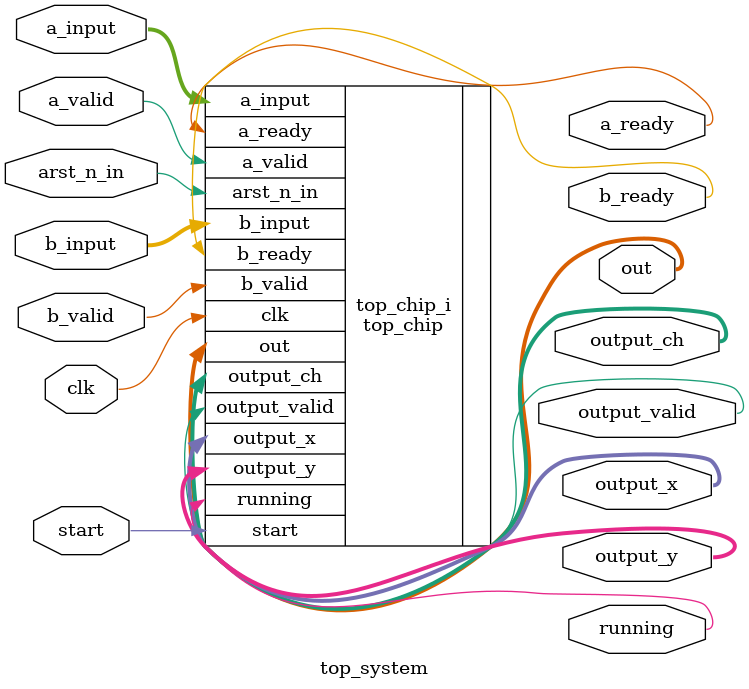
<source format=sv>
module top_system #(
    parameter int IO_DATA_WIDTH = 16,
    parameter int ACCUMULATION_WIDTH = 32,
    parameter int EXT_MEM_HEIGHT = 1<<20,
    parameter int EXT_MEM_WIDTH = ACCUMULATION_WIDTH,
    parameter int FEATURE_MAP_WIDTH = 1024,
    parameter int FEATURE_MAP_HEIGHT = 1024,
    parameter int INPUT_NB_CHANNELS = 64,
    parameter int OUTPUT_NB_CHANNELS = 64,
    parameter int KERNEL_SIZE = 3
  ) (input logic clk,
     input logic arst_n_in,  //asynchronous reset, active low

     //system inputs and outputs
     input logic [IO_DATA_WIDTH-1:0] a_input,
     input logic a_valid,
     output logic a_ready,
     input logic [IO_DATA_WIDTH-1:0] b_input,
     input logic b_valid,
     output logic b_ready,

     //output
     output logic signed [IO_DATA_WIDTH-1:0] out,
     output logic output_valid,
     output logic [$clog2(FEATURE_MAP_WIDTH)-1:0] output_x,
     output logic [$clog2(FEATURE_MAP_HEIGHT)-1:0] output_y,
     output logic [$clog2(OUTPUT_NB_CHANNELS)-1:0] output_ch,


     input logic start,
     output logic running
    );

  logic unsigned[$clog2(EXT_MEM_HEIGHT)-1:0] ext_mem_read_addr;
  logic ext_mem_read_en;
  logic [EXT_MEM_WIDTH-1:0] ext_mem_qout;

  //write port
  logic unsigned[$clog2(EXT_MEM_HEIGHT)-1:0] ext_mem_write_addr;
  logic [EXT_MEM_WIDTH-1:0] ext_mem_din;
  logic ext_mem_write_en;


  //a simple pseudo-2 port memory (can read and write simultaneously)
  //Feel free to write a single port memory (inout data, either write or read every cycle) to decrease your bandwidth
 // memory #(
   // .WIDTH(EXT_MEM_WIDTH),
    //.HEIGHT(EXT_MEM_HEIGHT),
    //.USED_AS_EXTERNAL_MEM(1)
 // ext_mem
  //(.clk(clk),
  //.read_addr(ext_mem_read_addr),
  //.read_en(ext_mem_read_en),
  //.qout(ext_mem_qout),
  //.write_addr(ext_mem_write_addr),
  //.din(ext_mem_din),
  //.write_en(ext_mem_write_en)
  //);

  top_chip #(
  .IO_DATA_WIDTH(IO_DATA_WIDTH),
  .ACCUMULATION_WIDTH(ACCUMULATION_WIDTH),
  .EXT_MEM_HEIGHT(EXT_MEM_HEIGHT),
  .EXT_MEM_WIDTH(EXT_MEM_WIDTH),
  .FEATURE_MAP_WIDTH(FEATURE_MAP_WIDTH),
  .FEATURE_MAP_HEIGHT(FEATURE_MAP_HEIGHT),
  .INPUT_NB_CHANNELS(INPUT_NB_CHANNELS),
  .OUTPUT_NB_CHANNELS(OUTPUT_NB_CHANNELS),
  .KERNEL_SIZE(KERNEL_SIZE)
  ) top_chip_i
   (
    .clk(clk),
    .arst_n_in(arst_n_in),

    .a_input(a_input),
    .a_valid(a_valid),
    .a_ready(a_ready),
    .b_input(b_input),
    .b_valid(b_valid),
    .b_ready(b_ready),

    .out(out),
    .output_valid(output_valid),
    .output_x(output_x),
    .output_y(output_y),
    .output_ch(output_ch),

    .start(start),
    .running(running)
  );
endmodule

</source>
